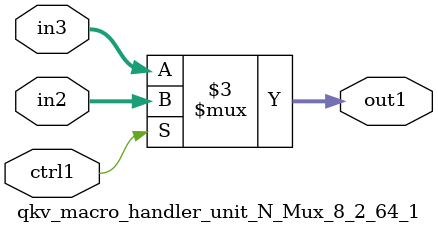
<source format=v>

`timescale 1ps / 1ps


module qkv_macro_handler_unit_N_Mux_8_2_64_1( in3, in2, ctrl1, out1 );

    input [7:0] in3;
    input [7:0] in2;
    input ctrl1;
    output [7:0] out1;
    reg [7:0] out1;

    
    // rtl_process:qkv_macro_handler_unit_N_Mux_8_2_64_1/qkv_macro_handler_unit_N_Mux_8_2_64_1_thread_1
    always @*
      begin : qkv_macro_handler_unit_N_Mux_8_2_64_1_thread_1
        case (ctrl1) 
          1'b1: 
            begin
              out1 = in2;
            end
          default: 
            begin
              out1 = in3;
            end
        endcase
      end

endmodule


</source>
